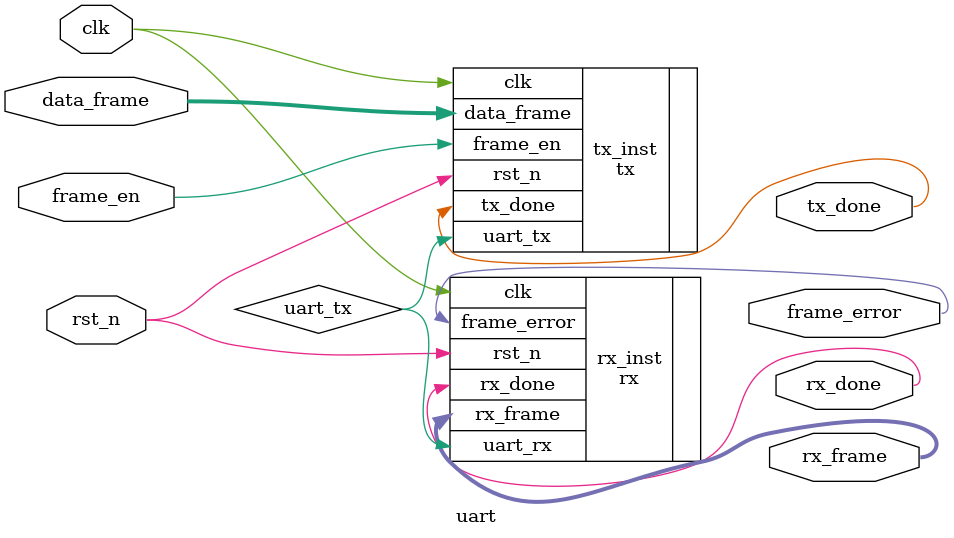
<source format=sv>
module uart #(
    parameter CLK_FREQUENCE = 50_000_000,
              BAUD_RATE     = 9600,
              PARITY        = "NONE",
              FRAME_WD      = 8
) (
    input  logic                clk,
    input  logic                rst_n,
    input  logic                frame_en,
    input  logic [FRAME_WD-1:0] data_frame,
    output logic                tx_done,
    output logic [FRAME_WD-1:0] rx_frame,
    output logic                rx_done,
    output logic                frame_error
);

    logic uart_tx;
    tx #(
        .CLK_FREQUENCE ( CLK_FREQUENCE ) ,
        .BAUD_RATE  ( BAUD_RATE  ) ,
        .PARITY   ( PARITY   ) , //"NONE","EVEN","ODD"
        .FRAME_WD  ( FRAME_WD   )
    ) tx_inst (
        .clk       (clk),
        .rst_n     (rst_n),
        .frame_en  (frame_en),
        .data_frame(data_frame),
        .tx_done   (tx_done),
        .uart_tx   (uart_tx)
    );
    rx #(
        .CLK_FREQUENCE(CLK_FREQUENCE),
        .BAUD_RATE(BAUD_RATE),
        .PARITY(PARITY),
        .FRAME_WD(FRAME_WD)
    ) rx_inst (
        .clk        (clk),
        .rst_n      (rst_n),
        .uart_rx    (uart_tx),
        .rx_frame   (rx_frame),
        .rx_done    (rx_done),
        .frame_error(frame_error)

    );

//     fifo_generator_0 your_instance_name (
//   .clk(clk),        // input wire clk
//   .srst(!rst_n),      // input wire srst
//   .din(rx),        // input wire [7 : 0] din
//   .wr_en(wr_en),    // input wire wr_en
//   .rd_en(rd_en),    // input wire rd_en
//   .dout(dout),      // output wire [7 : 0] dout
//   .full(full),      // output wire full
//   .wr_ack(wr_ack),  // output wire wr_ack
//   .empty(empty),    // output wire empty
//   .valid(valid)    // output wire valid
// );
endmodule

</source>
